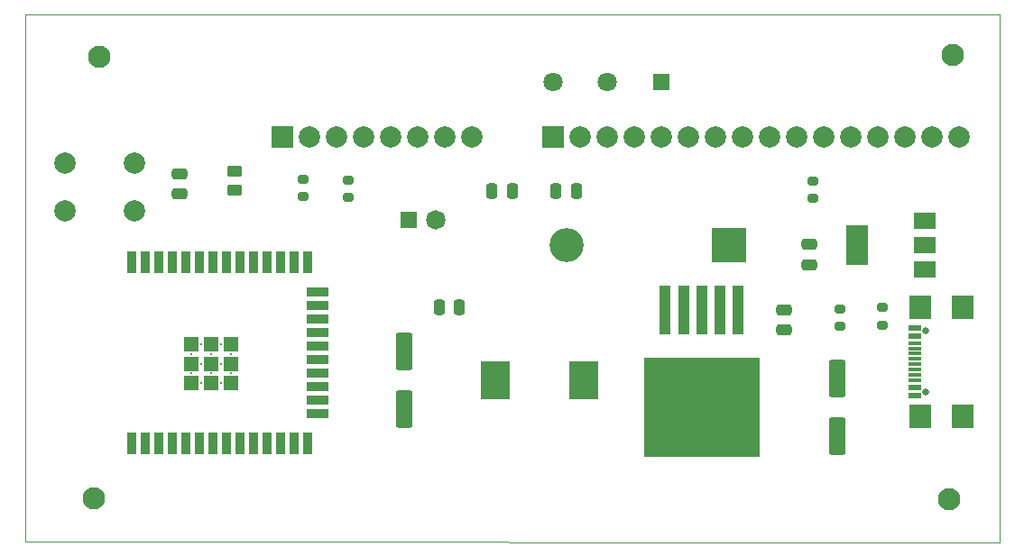
<source format=gbr>
%TF.GenerationSoftware,KiCad,Pcbnew,(6.0.8)*%
%TF.CreationDate,2022-12-01T23:18:13-05:00*%
%TF.ProjectId,HardwareDesign,48617264-7761-4726-9544-657369676e2e,1.0.*%
%TF.SameCoordinates,Original*%
%TF.FileFunction,Soldermask,Top*%
%TF.FilePolarity,Negative*%
%FSLAX46Y46*%
G04 Gerber Fmt 4.6, Leading zero omitted, Abs format (unit mm)*
G04 Created by KiCad (PCBNEW (6.0.8)) date 2022-12-01 23:18:13*
%MOMM*%
%LPD*%
G01*
G04 APERTURE LIST*
G04 Aperture macros list*
%AMRoundRect*
0 Rectangle with rounded corners*
0 $1 Rounding radius*
0 $2 $3 $4 $5 $6 $7 $8 $9 X,Y pos of 4 corners*
0 Add a 4 corners polygon primitive as box body*
4,1,4,$2,$3,$4,$5,$6,$7,$8,$9,$2,$3,0*
0 Add four circle primitives for the rounded corners*
1,1,$1+$1,$2,$3*
1,1,$1+$1,$4,$5*
1,1,$1+$1,$6,$7*
1,1,$1+$1,$8,$9*
0 Add four rect primitives between the rounded corners*
20,1,$1+$1,$2,$3,$4,$5,0*
20,1,$1+$1,$4,$5,$6,$7,0*
20,1,$1+$1,$6,$7,$8,$9,0*
20,1,$1+$1,$8,$9,$2,$3,0*%
G04 Aperture macros list end*
%TA.AperFunction,Profile*%
%ADD10C,0.100000*%
%TD*%
%ADD11RoundRect,0.200000X-0.275000X0.200000X-0.275000X-0.200000X0.275000X-0.200000X0.275000X0.200000X0*%
%ADD12R,0.900000X2.000000*%
%ADD13R,2.000000X0.900000*%
%ADD14R,1.330000X1.330000*%
%ADD15C,0.300000*%
%ADD16RoundRect,0.250000X-0.475000X0.250000X-0.475000X-0.250000X0.475000X-0.250000X0.475000X0.250000X0*%
%ADD17R,1.524000X1.524000*%
%ADD18C,1.824000*%
%ADD19R,2.000000X2.000000*%
%ADD20C,2.000000*%
%ADD21RoundRect,0.200000X0.275000X-0.200000X0.275000X0.200000X-0.275000X0.200000X-0.275000X-0.200000X0*%
%ADD22R,2.700000X3.600000*%
%ADD23RoundRect,0.250000X-0.250000X-0.475000X0.250000X-0.475000X0.250000X0.475000X-0.250000X0.475000X0*%
%ADD24C,2.100000*%
%ADD25RoundRect,0.250000X0.550000X-1.500000X0.550000X1.500000X-0.550000X1.500000X-0.550000X-1.500000X0*%
%ADD26C,1.800000*%
%ADD27R,3.200000X3.200000*%
%ADD28O,3.200000X3.200000*%
%ADD29RoundRect,0.250000X0.475000X-0.250000X0.475000X0.250000X-0.475000X0.250000X-0.475000X-0.250000X0*%
%ADD30C,0.650000*%
%ADD31R,1.150000X0.600000*%
%ADD32R,1.150000X0.300000*%
%ADD33R,2.000000X2.180000*%
%ADD34RoundRect,0.250000X0.250000X0.475000X-0.250000X0.475000X-0.250000X-0.475000X0.250000X-0.475000X0*%
%ADD35RoundRect,0.250000X0.450000X-0.262500X0.450000X0.262500X-0.450000X0.262500X-0.450000X-0.262500X0*%
%ADD36R,2.000000X1.500000*%
%ADD37R,2.000000X3.800000*%
%ADD38R,1.100000X4.600000*%
%ADD39R,10.800000X9.400000*%
G04 APERTURE END LIST*
D10*
X119380000Y-74828400D02*
X119405400Y-124434600D01*
X119405400Y-124434600D02*
X210845400Y-124460000D01*
X210820000Y-74853800D02*
X119380000Y-74828400D01*
X210845400Y-124460000D02*
X210820000Y-74853800D01*
D11*
%TO.C,R3*%
X149758400Y-90411800D03*
X149758400Y-92061800D03*
%TD*%
D12*
%TO.C,U2*%
X129360000Y-115180000D03*
X130630000Y-115180000D03*
X131900000Y-115180000D03*
X133170000Y-115180000D03*
X134440000Y-115180000D03*
X135710000Y-115180000D03*
X136980000Y-115180000D03*
X138250000Y-115180000D03*
X139520000Y-115180000D03*
X140790000Y-115180000D03*
X142060000Y-115180000D03*
X143330000Y-115180000D03*
X144600000Y-115180000D03*
X145870000Y-115180000D03*
D13*
X146870000Y-112395000D03*
X146870000Y-111125000D03*
X146870000Y-109855000D03*
X146870000Y-108585000D03*
X146870000Y-107315000D03*
X146870000Y-106045000D03*
X146870000Y-104775000D03*
X146870000Y-103505000D03*
X146870000Y-102235000D03*
X146870000Y-100965000D03*
D12*
X145870000Y-98180000D03*
X144600000Y-98180000D03*
X143330000Y-98180000D03*
X142060000Y-98180000D03*
X140790000Y-98180000D03*
X139520000Y-98180000D03*
X138250000Y-98180000D03*
X136980000Y-98180000D03*
X135710000Y-98180000D03*
X134440000Y-98180000D03*
X133170000Y-98180000D03*
X131900000Y-98180000D03*
X130630000Y-98180000D03*
X129360000Y-98180000D03*
D14*
X135025000Y-109515000D03*
X135025000Y-107680000D03*
X135025000Y-105845000D03*
X136860000Y-109515000D03*
X136860000Y-107680000D03*
X136860000Y-105845000D03*
X138695000Y-109515000D03*
X138695000Y-107680000D03*
X138695000Y-105845000D03*
D15*
X135025000Y-108597500D03*
X135025000Y-106762500D03*
X135942500Y-109515000D03*
X135942500Y-107680000D03*
X135942500Y-105845000D03*
X136860000Y-108597500D03*
X136860000Y-106762500D03*
X137777500Y-109515000D03*
X137777500Y-107680000D03*
X137777500Y-105845000D03*
X138695000Y-108597500D03*
X138695000Y-106762500D03*
%TD*%
D16*
%TO.C,C5*%
X192963800Y-96484400D03*
X192963800Y-98384400D03*
%TD*%
D17*
%TO.C,H1x2_1*%
X155422600Y-94132400D03*
D18*
X157962600Y-94132400D03*
%TD*%
D11*
%TO.C,R2*%
X145465800Y-90335600D03*
X145465800Y-91985600D03*
%TD*%
D19*
%TO.C,U4*%
X168910000Y-86360000D03*
D20*
X171450000Y-86360000D03*
X173990000Y-86360000D03*
X176530000Y-86360000D03*
X179070000Y-86360000D03*
X181610000Y-86360000D03*
X184150000Y-86360000D03*
X186690000Y-86360000D03*
X189230000Y-86360000D03*
X191770000Y-86360000D03*
X194310000Y-86360000D03*
X196850000Y-86360000D03*
X199390000Y-86360000D03*
X201930000Y-86360000D03*
X204470000Y-86360000D03*
X207010000Y-86360000D03*
%TD*%
D21*
%TO.C,R6*%
X199821800Y-104050600D03*
X199821800Y-102400600D03*
%TD*%
%TO.C,R5*%
X195859400Y-104177600D03*
X195859400Y-102527600D03*
%TD*%
D19*
%TO.C,RFID1*%
X143510000Y-86360000D03*
D20*
X146050000Y-86360000D03*
X148590000Y-86360000D03*
X151130000Y-86360000D03*
X153670000Y-86360000D03*
X156210000Y-86360000D03*
X158750000Y-86360000D03*
X161290000Y-86360000D03*
%TD*%
D22*
%TO.C,L1*%
X171790000Y-109220000D03*
X163490000Y-109220000D03*
%TD*%
D23*
%TO.C,C6*%
X169230000Y-91440000D03*
X171130000Y-91440000D03*
%TD*%
D24*
%TO.C,H2*%
X206476600Y-78689200D03*
%TD*%
%TO.C,H4*%
X206146400Y-120421400D03*
%TD*%
%TO.C,H1*%
X126314200Y-78841600D03*
%TD*%
D20*
%TO.C,SW1*%
X129665800Y-93359800D03*
X123165800Y-93359800D03*
X129665800Y-88859800D03*
X123165800Y-88859800D03*
%TD*%
D25*
%TO.C,C3*%
X195580000Y-114460000D03*
X195580000Y-109060000D03*
%TD*%
%TO.C,C7*%
X154940000Y-111920000D03*
X154940000Y-106520000D03*
%TD*%
D16*
%TO.C,C4*%
X190576200Y-102605800D03*
X190576200Y-104505800D03*
%TD*%
D17*
%TO.C,RV1*%
X179095400Y-81254600D03*
D26*
X174015400Y-81254600D03*
X168935400Y-81254600D03*
%TD*%
D21*
%TO.C,R4*%
X193344800Y-92163400D03*
X193344800Y-90513400D03*
%TD*%
D27*
%TO.C,D1*%
X185420000Y-96520000D03*
D28*
X170180000Y-96520000D03*
%TD*%
D24*
%TO.C,H3*%
X125831600Y-120370600D03*
%TD*%
D29*
%TO.C,C1*%
X133908800Y-91729600D03*
X133908800Y-89829600D03*
%TD*%
D30*
%TO.C,J1*%
X203931500Y-110382800D03*
X203931500Y-104602800D03*
D31*
X202856500Y-110692800D03*
X202856500Y-109892800D03*
D32*
X202856500Y-108742800D03*
X202856500Y-107742800D03*
X202856500Y-107242800D03*
X202856500Y-106242800D03*
D31*
X202856500Y-104292800D03*
X202856500Y-105092800D03*
D32*
X202856500Y-105742800D03*
X202856500Y-106742800D03*
X202856500Y-108242800D03*
X202856500Y-109242800D03*
D33*
X203431500Y-112602800D03*
X203431500Y-102382800D03*
X207361500Y-112602800D03*
X207361500Y-102382800D03*
%TD*%
D34*
%TO.C,C2*%
X160131800Y-102387400D03*
X158231800Y-102387400D03*
%TD*%
D35*
%TO.C,R1*%
X139065000Y-91387300D03*
X139065000Y-89562300D03*
%TD*%
D34*
%TO.C,C8*%
X165100000Y-91440000D03*
X163200000Y-91440000D03*
%TD*%
D36*
%TO.C,U1*%
X203810000Y-98820000D03*
X203810000Y-96520000D03*
D37*
X197510000Y-96520000D03*
D36*
X203810000Y-94220000D03*
%TD*%
D38*
%TO.C,U3*%
X186280000Y-102610000D03*
X184580000Y-102610000D03*
D39*
X182880000Y-111760000D03*
D38*
X182880000Y-102610000D03*
X181180000Y-102610000D03*
X179480000Y-102610000D03*
%TD*%
M02*

</source>
